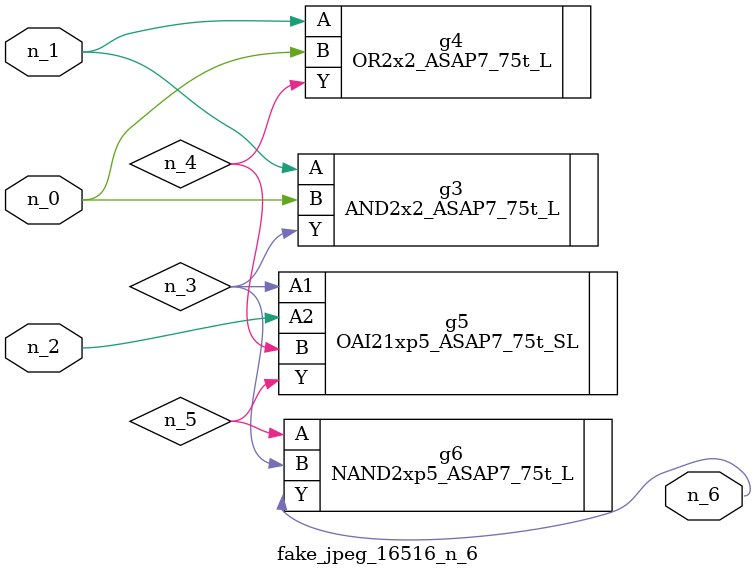
<source format=v>
module fake_jpeg_16516_n_6 (n_0, n_2, n_1, n_6);

input n_0;
input n_2;
input n_1;

output n_6;

wire n_3;
wire n_4;
wire n_5;

AND2x2_ASAP7_75t_L g3 ( 
.A(n_1),
.B(n_0),
.Y(n_3)
);

OR2x2_ASAP7_75t_L g4 ( 
.A(n_1),
.B(n_0),
.Y(n_4)
);

OAI21xp5_ASAP7_75t_SL g5 ( 
.A1(n_3),
.A2(n_2),
.B(n_4),
.Y(n_5)
);

NAND2xp5_ASAP7_75t_L g6 ( 
.A(n_5),
.B(n_3),
.Y(n_6)
);


endmodule
</source>
